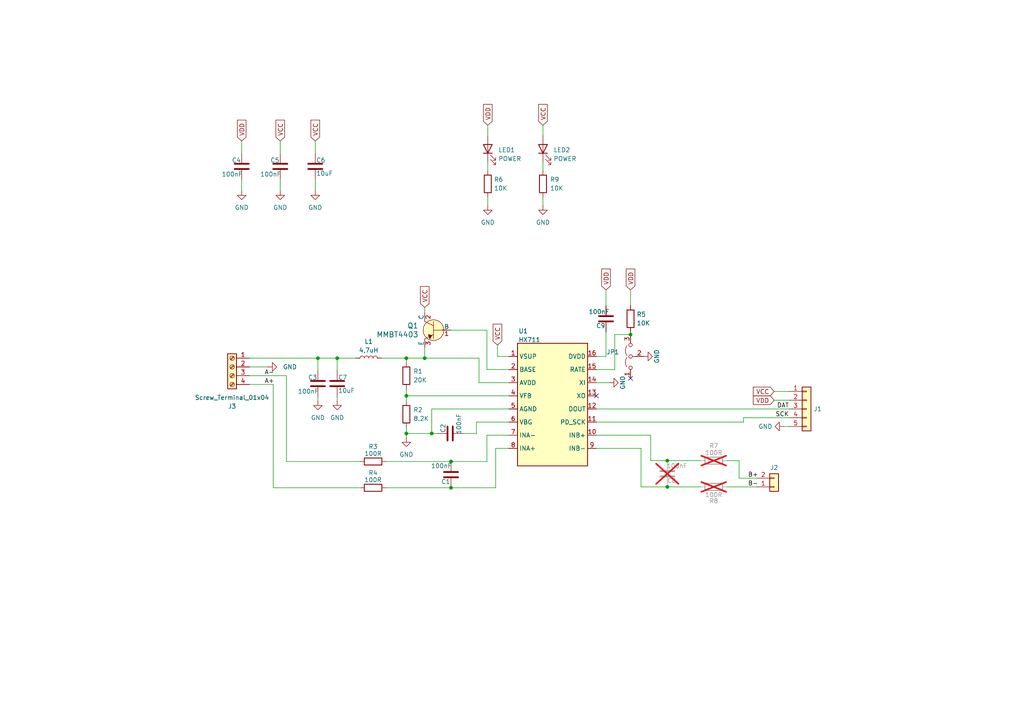
<source format=kicad_sch>
(kicad_sch (version 20231120) (generator "eeschema") (generator_version "8.0")
  (paper "A4")
  (lib_symbols
    (symbol "Analog_ADC:HX711"
      (property "Reference" "U1" (at -9.906 21.336 0))
      (property "Value" "HX711" (at -9.906 18.796 0))
      (symbol "HX711_0_1"
        (rectangle (start -10.16 17.78) (end 10.16 -17.78) (stroke (width 0.254)) (fill (type background)))
      )
      (symbol "HX711_1_1"
        (pin power_in line (at -12.7 13.97 0) (length 2.54) (name "VSUP") (number "1"))
        (pin input line (at 12.7 -8.89 180) (length 2.54) (name "INB+") (number "10"))
        (pin input line (at 12.7 -5.08 180) (length 2.54) (name "PD_SCK") (number "11"))
        (pin output line (at 12.7 -1.27 180) (length 2.54) (name "DOUT") (number "12"))
        (pin passive line (at 12.7 2.54 180) (length 2.54) (name "XO") (number "13"))
        (pin passive line (at 12.7 6.35 180) (length 2.54) (name "XI") (number "14"))
        (pin input line (at 12.7 10.16 180) (length 2.54) (name "RATE") (number "15"))
        (pin power_in line (at 12.7 13.97 180) (length 2.54) (name "DVDD") (number "16"))
        (pin passive line (at -12.7 10.16 0) (length 2.54) (name "BASE") (number "2"))
        (pin power_in line (at -12.7 6.35 0) (length 2.54) (name "AVDD") (number "3"))
        (pin input line (at -12.7 2.54 0) (length 2.54) (name "VFB") (number "4"))
        (pin power_in line (at -12.7 -1.27 0) (length 2.54) (name "AGND") (number "5"))
        (pin passive line (at -12.7 -5.08 0) (length 2.54) (name "VBG") (number "6"))
        (pin input line (at -12.7 -8.89 0) (length 2.54) (name "INA-") (number "7"))
        (pin input line (at -12.7 -12.7 0) (length 2.54) (name "INA+") (number "8"))
        (pin input line (at 12.7 -12.7 180) (length 2.54) (name "INB-") (number "9"))
      )
    )
    (symbol "Connector:Screw_Terminal_01x04" (pin_names (offset 1.016) hide)
      (property "Reference" "J" (at 0 5.08 0))
      (property "Value" "Screw_Terminal_01x04" (at 0 -7.62 0))
      (symbol "Screw_Terminal_01x04_1_1"
        (rectangle (start -1.27 3.81) (end 1.27 -6.35) (stroke (width 0.254)) (fill (type background)))
        (circle (center 0 -5.08) (radius 0.635) (stroke (width 0.1524)))
        (circle (center 0 -2.54) (radius 0.635) (stroke (width 0.1524)))
        (polyline (pts (xy -0.5334 -4.7498) (xy 0.3302 -5.588)) (stroke (width 0.1524)))
        (polyline (pts (xy -0.5334 -2.2098) (xy 0.3302 -3.048)) (stroke (width 0.1524)))
        (polyline (pts (xy -0.5334 0.3302) (xy 0.3302 -0.508)) (stroke (width 0.1524)))
        (polyline (pts (xy -0.5334 2.8702) (xy 0.3302 2.032)) (stroke (width 0.1524)))
        (polyline (pts (xy -0.3556 -4.572) (xy 0.508 -5.4102)) (stroke (width 0.1524)))
        (polyline (pts (xy -0.3556 -2.032) (xy 0.508 -2.8702)) (stroke (width 0.1524)))
        (polyline (pts (xy -0.3556 0.508) (xy 0.508 -0.3302)) (stroke (width 0.1524)))
        (polyline (pts (xy -0.3556 3.048) (xy 0.508 2.2098)) (stroke (width 0.1524)))
        (circle (center 0 0) (radius 0.635) (stroke (width 0.1524)))
        (circle (center 0 2.54) (radius 0.635) (stroke (width 0.1524)))
        (pin passive line (at -5.08 2.54 0) (length 3.81) (name "Pin_1") (number "1"))
        (pin passive line (at -5.08 0 0) (length 3.81) (name "Pin_2") (number "2"))
        (pin passive line (at -5.08 -2.54 0) (length 3.81) (name "Pin_3") (number "3"))
        (pin passive line (at -5.08 -5.08 0) (length 3.81) (name "Pin_4") (number "4"))
      )
    )
    (symbol "Connector_Generic:Conn_01x02" (pin_names (offset 1.016) hide)
      (property "Reference" "J" (at 0 2.54 0))
      (property "Value" "Conn_01x02" (at 0 -5.08 0))
      (symbol "Conn_01x02_1_1"
        (rectangle (start -1.27 -2.413) (end 0 -2.667) (stroke (width 0.1524)))
        (rectangle (start -1.27 0.127) (end 0 -0.127) (stroke (width 0.1524)))
        (rectangle (start -1.27 1.27) (end 1.27 -3.81) (stroke (width 0.254)) (fill (type background)))
        (pin passive line (at -5.08 0 0) (length 3.81) (name "Pin_1") (number "1"))
        (pin passive line (at -5.08 -2.54 0) (length 3.81) (name "Pin_2") (number "2"))
      )
    )
    (symbol "Connector_Generic:Conn_01x05" (pin_names (offset 1.016) hide)
      (property "Reference" "J" (at 0 7.62 0))
      (property "Value" "Conn_01x05" (at 0 -7.62 0))
      (symbol "Conn_01x05_1_1"
        (rectangle (start -1.27 -4.953) (end 0 -5.207) (stroke (width 0.1524)))
        (rectangle (start -1.27 -2.413) (end 0 -2.667) (stroke (width 0.1524)))
        (rectangle (start -1.27 0.127) (end 0 -0.127) (stroke (width 0.1524)))
        (rectangle (start -1.27 2.667) (end 0 2.413) (stroke (width 0.1524)))
        (rectangle (start -1.27 5.207) (end 0 4.953) (stroke (width 0.1524)))
        (rectangle (start -1.27 6.35) (end 1.27 -6.35) (stroke (width 0.254)) (fill (type background)))
        (pin passive line (at -5.08 5.08 0) (length 3.81) (name "Pin_1") (number "1"))
        (pin passive line (at -5.08 2.54 0) (length 3.81) (name "Pin_2") (number "2"))
        (pin passive line (at -5.08 0 0) (length 3.81) (name "Pin_3") (number "3"))
        (pin passive line (at -5.08 -2.54 0) (length 3.81) (name "Pin_4") (number "4"))
        (pin passive line (at -5.08 -5.08 0) (length 3.81) (name "Pin_5") (number "5"))
      )
    )
    (symbol "Device:C" (pin_numbers hide) (pin_names (offset 0.254))
      (property "Reference" "C" (at 0.635 2.54 0))
      (property "Value" "C" (at 0.635 -2.54 0))
      (symbol "C_0_1"
        (polyline (pts (xy -2.032 -0.762) (xy 2.032 -0.762)) (stroke (width 0.508)))
        (polyline (pts (xy -2.032 0.762) (xy 2.032 0.762)) (stroke (width 0.508)))
      )
      (symbol "C_1_1"
        (pin passive line (at 0 3.81 270) (length 2.794) (name "~") (number "1"))
        (pin passive line (at 0 -3.81 90) (length 2.794) (name "~") (number "2"))
      )
    )
    (symbol "Device:L" (pin_numbers hide) (pin_names (offset 1.016) hide)
      (property "Reference" "L" (at -1.27 0 90))
      (property "Value" "L" (at 1.905 0 90))
      (symbol "L_0_1"
        (arc (start 0 -2.54) (mid 0.6323 -1.905) (end 0 -1.27))
        (arc (start 0 -1.27) (mid 0.6323 -0.635) (end 0 0))
        (arc (start 0 0) (mid 0.6323 0.635) (end 0 1.27))
        (arc (start 0 1.27) (mid 0.6323 1.905) (end 0 2.54))
      )
      (symbol "L_1_1"
        (pin passive line (at 0 3.81 270) (length 1.27) (name "1") (number "1"))
        (pin passive line (at 0 -3.81 90) (length 1.27) (name "2") (number "2"))
      )
    )
    (symbol "Device:LED" (pin_numbers hide) (pin_names (offset 1.016) hide)
      (property "Reference" "D" (at 0 2.54 0))
      (property "Value" "LED" (at 0 -2.54 0))
      (symbol "LED_0_1"
        (polyline (pts (xy -1.27 -1.27) (xy -1.27 1.27)) (stroke (width 0.254)))
        (polyline (pts (xy -1.27 0) (xy 1.27 0)))
        (polyline (pts (xy 1.27 -1.27) (xy 1.27 1.27) (xy -1.27 0) (xy 1.27 -1.27)) (stroke (width 0.254)))
        (polyline (pts (xy -3.048 -0.762) (xy -4.572 -2.286) (xy -3.81 -2.286) (xy -4.572 -2.286) (xy -4.572 -1.524)))
        (polyline (pts (xy -1.778 -0.762) (xy -3.302 -2.286) (xy -2.54 -2.286) (xy -3.302 -2.286) (xy -3.302 -1.524)))
      )
      (symbol "LED_1_1"
        (pin passive line (at -3.81 0 0) (length 2.54) (name "K") (number "1"))
        (pin passive line (at 3.81 0 180) (length 2.54) (name "A") (number "2"))
      )
    )
    (symbol "Device:R" (pin_numbers hide) (pin_names (offset 0))
      (property "Reference" "R" (at 2.032 0 90))
      (property "Value" "R" (at 0 0 90))
      (symbol "R_0_1"
        (rectangle (start -1.016 -2.54) (end 1.016 2.54) (stroke (width 0.254)))
      )
      (symbol "R_1_1"
        (pin passive line (at 0 3.81 270) (length 1.27) (name "~") (number "1"))
        (pin passive line (at 0 -3.81 90) (length 1.27) (name "~") (number "2"))
      )
    )
    (symbol "Jumper_3_Open_1" (pin_names (offset 0) hide)
      (property "Reference" "JP" (at -2.54 -2.54 0))
      (property "Value" "Jumper_3_Open" (at 0 2.794 0))
      (symbol "Jumper_3_Open_1_0_0"
        (circle (center -3.302 0) (radius 0.508))
        (circle (center 0 0) (radius 0.508))
        (circle (center 3.302 0) (radius 0.508))
      )
      (symbol "Jumper_3_Open_1_0_1"
        (arc (start -0.254 1.016) (mid -1.651 1.4992) (end -3.048 1.016))
        (polyline (pts (xy 0 -0.508) (xy 0 -1.27)))
        (arc (start 3.048 1.016) (mid 1.651 1.4992) (end 0.254 1.016))
      )
      (symbol "Jumper_3_Open_1_1_1"
        (pin passive line (at -6.35 0 0) (length 2.54) (name "A") (number "1"))
        (pin passive line (at 0 -3.81 90) (length 2.54) (name "C") (number "2"))
        (pin passive line (at 6.35 0 180) (length 2.54) (name "B") (number "3"))
      )
    )
    (symbol "dk_Transistors-Bipolar-BJT-Single:MMBT4403_Obsolete" (pin_names (offset 0))
      (property "Reference" "Q" (at -2.3876 3.9116 0))
      (property "Value" "MMBT4403_Obsolete" (at 5.08 0 90))
      (symbol "MMBT4403_Obsolete_0_1"
        (polyline (pts (xy -3.81 0) (xy -2.54 0)))
        (polyline (pts (xy -3.556 0) (xy 0 0)))
        (polyline (pts (xy 0 -1.27) (xy 2.54 -2.54)))
        (polyline (pts (xy 0 1.27) (xy 2.54 2.54)))
        (polyline (pts (xy 0 2.54) (xy 0 -2.54)))
        (polyline (pts (xy 1.016 2.54) (xy 0.508 1.524) (xy 1.524 1.27) (xy 1.016 2.54)) (fill (type outline)))
        (circle (center 0 0) (radius 2.9972) (fill (type background)))
      )
      (symbol "MMBT4403_Obsolete_1_1"
        (pin input line (at -5.08 0 0) (length 2.54) (name "B") (number "1"))
        (pin passive line (at 2.54 -5.08 90) (length 2.54) (name "C") (number "2"))
        (pin passive line (at 2.54 5.08 270) (length 2.54) (name "E") (number "3"))
      )
    )
    (symbol "power:GND" (power) (pin_numbers hide) (pin_names (offset 0) hide)
      (property "Value" "GND" (at 0 -3.81 0))
      (symbol "GND_0_1"
        (polyline (pts (xy 0 0) (xy 0 -1.27) (xy 1.27 -1.27) (xy 0 -2.54) (xy -1.27 -1.27) (xy 0 -1.27)))
      )
      (symbol "GND_1_1"
        (pin power_in line (at 0 0 270) (length 0) (name "~") (number "1"))
      )
    )
  )
  (junction (at 130.81 133.858))
  (junction (at 117.856 125.73))
  (junction (at 193.548 133.604))
  (junction (at 97.79 103.886))
  (junction (at 117.856 114.808))
  (junction (at 123.19 103.886))
  (junction (at 130.81 141.478))
  (junction (at 193.548 141.224))
  (junction (at 92.202 103.886))
  (junction (at 117.856 103.886))
  (junction (at 182.88 97.028))
  (junction (at 125.222 125.73))
  (no_connect (at 172.974 114.808))
  (no_connect (at 182.88 109.728))
  (wire (pts (xy 83.058 133.858) (xy 83.058 108.966)))
  (wire (pts (xy 175.768 103.378) (xy 172.974 103.378)))
  (wire (pts (xy 175.768 84.074) (xy 175.768 88.646)))
  (wire (pts (xy 125.222 125.73) (xy 126.746 125.73)))
  (wire (pts (xy 130.81 95.758) (xy 141.224 95.758)))
  (wire (pts (xy 172.974 122.428) (xy 215.646 122.428)))
  (wire (pts (xy 188.722 126.238) (xy 188.722 133.604)))
  (wire (pts (xy 193.548 141.224) (xy 203.2 141.224)))
  (wire (pts (xy 138.176 122.428) (xy 147.574 122.428)))
  (wire (pts (xy 172.974 110.998) (xy 176.784 110.998)))
  (wire (pts (xy 117.856 114.808) (xy 147.574 114.808)))
  (wire (pts (xy 117.856 125.73) (xy 117.856 123.952)))
  (wire (pts (xy 123.19 103.886) (xy 123.19 100.838)))
  (wire (pts (xy 79.248 141.478) (xy 79.248 111.506)))
  (wire (pts (xy 172.974 130.048) (xy 185.928 130.048)))
  (wire (pts (xy 117.856 125.73) (xy 125.222 125.73)))
  (wire (pts (xy 215.646 122.428) (xy 215.646 121.158)))
  (wire (pts (xy 215.646 121.158) (xy 228.854 121.158)))
  (wire (pts (xy 147.574 107.188) (xy 141.224 107.188)))
  (wire (pts (xy 188.722 133.604) (xy 193.548 133.604)))
  (wire (pts (xy 185.928 130.048) (xy 185.928 141.224)))
  (wire (pts (xy 97.79 103.886) (xy 103.124 103.886)))
  (wire (pts (xy 141.224 107.188) (xy 141.224 95.758)))
  (wire (pts (xy 157.48 39.37) (xy 157.48 36.322)))
  (wire (pts (xy 97.79 107.442) (xy 97.79 103.886)))
  (wire (pts (xy 72.39 108.966) (xy 83.058 108.966)))
  (wire (pts (xy 117.856 103.886) (xy 117.856 105.156)))
  (wire (pts (xy 147.574 126.238) (xy 141.224 126.238)))
  (wire (pts (xy 117.856 114.808) (xy 117.856 116.332)))
  (wire (pts (xy 144.272 103.378) (xy 147.574 103.378)))
  (wire (pts (xy 147.574 118.618) (xy 125.222 118.618)))
  (wire (pts (xy 97.79 116.332) (xy 97.79 115.062)))
  (wire (pts (xy 210.82 133.604) (xy 214.376 133.604)))
  (wire (pts (xy 117.856 114.808) (xy 117.856 112.776)))
  (wire (pts (xy 144.272 100.076) (xy 144.272 103.378)))
  (wire (pts (xy 123.19 89.154) (xy 123.19 90.678)))
  (wire (pts (xy 72.39 103.886) (xy 92.202 103.886)))
  (wire (pts (xy 178.308 97.028) (xy 178.308 107.188)))
  (wire (pts (xy 185.928 141.224) (xy 193.548 141.224)))
  (wire (pts (xy 138.938 110.998) (xy 138.938 103.886)))
  (wire (pts (xy 143.764 130.048) (xy 143.764 141.478)))
  (wire (pts (xy 125.222 118.618) (xy 125.222 125.73)))
  (wire (pts (xy 227.33 123.698) (xy 228.854 123.698)))
  (wire (pts (xy 141.478 59.69) (xy 141.478 57.15)))
  (wire (pts (xy 210.82 141.224) (xy 219.456 141.224)))
  (wire (pts (xy 147.574 110.998) (xy 138.938 110.998)))
  (wire (pts (xy 104.394 141.478) (xy 79.248 141.478)))
  (wire (pts (xy 182.88 96.266) (xy 182.88 97.028)))
  (wire (pts (xy 123.19 103.886) (xy 138.938 103.886)))
  (wire (pts (xy 134.366 125.73) (xy 138.176 125.73)))
  (wire (pts (xy 104.394 133.858) (xy 83.058 133.858)))
  (wire (pts (xy 141.224 133.858) (xy 130.81 133.858)))
  (wire (pts (xy 138.176 125.73) (xy 138.176 122.428)))
  (wire (pts (xy 72.39 111.506) (xy 79.248 111.506)))
  (wire (pts (xy 81.28 40.894) (xy 81.28 44.45)))
  (wire (pts (xy 182.88 84.074) (xy 182.88 88.646)))
  (wire (pts (xy 91.44 55.372) (xy 91.44 52.07)))
  (wire (pts (xy 117.856 127) (xy 117.856 125.73)))
  (wire (pts (xy 175.768 96.266) (xy 175.768 103.378)))
  (wire (pts (xy 141.224 126.238) (xy 141.224 133.858)))
  (wire (pts (xy 224.536 113.538) (xy 228.854 113.538)))
  (wire (pts (xy 172.974 126.238) (xy 188.722 126.238)))
  (wire (pts (xy 141.478 39.37) (xy 141.478 36.322)))
  (wire (pts (xy 81.28 55.372) (xy 81.28 52.07)))
  (wire (pts (xy 70.104 40.894) (xy 70.104 44.45)))
  (wire (pts (xy 214.376 138.684) (xy 219.456 138.684)))
  (wire (pts (xy 224.536 116.078) (xy 228.854 116.078)))
  (wire (pts (xy 157.48 46.99) (xy 157.48 49.53)))
  (wire (pts (xy 110.744 103.886) (xy 117.856 103.886)))
  (wire (pts (xy 157.48 59.69) (xy 157.48 57.15)))
  (wire (pts (xy 178.308 97.028) (xy 182.88 97.028)))
  (wire (pts (xy 91.44 40.894) (xy 91.44 44.45)))
  (wire (pts (xy 112.014 133.858) (xy 130.81 133.858)))
  (wire (pts (xy 92.202 103.886) (xy 97.79 103.886)))
  (wire (pts (xy 70.104 55.372) (xy 70.104 52.07)))
  (wire (pts (xy 112.014 141.478) (xy 130.81 141.478)))
  (wire (pts (xy 143.764 141.478) (xy 130.81 141.478)))
  (wire (pts (xy 193.548 133.604) (xy 203.2 133.604)))
  (wire (pts (xy 141.478 46.99) (xy 141.478 49.53)))
  (wire (pts (xy 214.376 133.604) (xy 214.376 138.684)))
  (wire (pts (xy 92.202 116.332) (xy 92.202 115.062)))
  (wire (pts (xy 172.974 118.618) (xy 228.854 118.618)))
  (wire (pts (xy 147.574 130.048) (xy 143.764 130.048)))
  (wire (pts (xy 117.856 103.886) (xy 123.19 103.886)))
  (wire (pts (xy 72.39 106.426) (xy 77.724 106.426)))
  (wire (pts (xy 92.202 107.442) (xy 92.202 103.886)))
  (wire (pts (xy 172.974 107.188) (xy 178.308 107.188)))
  (label "A+" (at 76.708 111.506 0))
  (label "DAT" (at 228.854 118.618 180))
  (label "B+" (at 216.916 138.684 0))
  (label "B-" (at 216.916 141.224 0))
  (label "SCK" (at 228.854 121.158 180))
  (label "A-" (at 76.708 108.966 0))
  (global_label "VCC" (shape input) (at 144.272 100.076 90) (property "Intersheetrefs" "${INTERSHEET_REFS}" (effects (hide yes))))
  (global_label "VDD" (shape input) (at 175.768 84.074 90) (property "Intersheetrefs" "${INTERSHEET_REFS}" (effects (hide yes))))
  (global_label "VCC" (shape input) (at 157.48 36.322 90) (property "Intersheetrefs" "${INTERSHEET_REFS}" (effects (hide yes))))
  (global_label "VCC" (shape input) (at 123.19 89.154 90) (property "Intersheetrefs" "${INTERSHEET_REFS}" (effects (hide yes))))
  (global_label "VCC" (shape input) (at 91.44 40.894 90) (property "Intersheetrefs" "${INTERSHEET_REFS}" (effects (hide yes))))
  (global_label "VCC" (shape input) (at 224.536 113.538 180) (property "Intersheetrefs" "${INTERSHEET_REFS}" (effects (hide yes))))
  (global_label "VDD" (shape input) (at 224.536 116.078 180) (property "Intersheetrefs" "${INTERSHEET_REFS}" (effects (hide yes))))
  (global_label "VDD" (shape input) (at 141.478 36.322 90) (property "Intersheetrefs" "${INTERSHEET_REFS}" (effects (hide yes))))
  (global_label "VDD" (shape input) (at 182.88 84.074 90) (property "Intersheetrefs" "${INTERSHEET_REFS}" (effects (hide yes))))
  (global_label "VCC" (shape input) (at 81.28 40.894 90) (property "Intersheetrefs" "${INTERSHEET_REFS}" (effects (hide yes))))
  (global_label "VDD" (shape input) (at 70.104 40.894 90) (property "Intersheetrefs" "${INTERSHEET_REFS}" (effects (hide yes))))
  (symbol (lib_id "Device:LED") (at 157.48 43.18 90) (unit 1)
    (property "Reference" "LED2" (at 160.528 43.4974 90) (effects (justify right)))
    (property "Value" "POWER" (at 160.528 46.0374 90) (effects (justify right)))
    (property "Footprint" "LED_SMD:LED_0603_1608Metric" (effects (hide yes)))
    (property "Description" "Light emitting diode" (effects (hide yes)))
    (property "MPN" "19-213USRC/S259/TR8" (effects (hide yes)))
  )
  (symbol (lib_id "power:GND") (at 227.33 123.698 270) (unit 1)
    (property "Reference" "#PWR01" (effects (hide yes)))
    (property "Value" "GND" (at 224.028 123.6979 90) (effects (justify right)))
    (property "Description" "Power symbol creates a global label with name \"GND\" , ground" (effects (hide yes)))
  )
  (symbol (lib_id "Device:L") (at 106.934 103.886 90) (unit 1)
    (property "Reference" "L1" (at 106.934 99.06 90))
    (property "Value" "4,7uH" (at 106.934 101.6 90))
    (property "Footprint" "Inductor_SMD:L_0805_2012Metric" (effects (hide yes)))
    (property "Description" "Inductor" (effects (hide yes)))
  )
  (symbol (lib_id "Device:C") (at 91.44 48.26 0) (unit 1)
    (property "Reference" "C6" (at 91.694 46.482 0) (effects (justify left)))
    (property "Value" "10uF" (at 91.694 50.292 0) (effects (justify left)))
    (property "Footprint" "Capacitor_SMD:C_1210_3225Metric" (effects (hide yes)))
    (property "Description" "Unpolarized capacitor" (effects (hide yes)))
    (property "MPN" "CL10A106KQ8NNNC " (effects (hide yes)))
  )
  (symbol (lib_id "Device:C") (at 175.768 92.456 180) (unit 1)
    (property "Reference" "C9" (at 174.244 94.488 0))
    (property "Value" "100nF" (at 173.736 90.424 0))
    (property "Footprint" "Capacitor_SMD:C_0603_1608Metric" (effects (hide yes)))
    (property "Description" "Unpolarized capacitor" (effects (hide yes)))
    (property "MPN" "CL10B104KB8NNNC" (effects (hide yes)))
  )
  (symbol (lib_id "power:GND") (at 157.48 59.69 0) (unit 1)
    (property "Reference" "#PWR012" (effects (hide yes)))
    (property "Value" "GND" (at 157.48 64.516 0))
    (property "Description" "Power symbol creates a global label with name \"GND\" , ground" (effects (hide yes)))
  )
  (symbol (lib_id "power:GND") (at 186.69 103.378 90) (unit 1)
    (property "Reference" "#PWR03" (effects (hide yes)))
    (property "Value" "GND" (at 190.5 103.378 0))
    (property "Description" "Power symbol creates a global label with name \"GND\" , ground" (effects (hide yes)))
  )
  (symbol (lib_id "power:GND") (at 176.784 110.998 90) (unit 1)
    (property "Reference" "#PWR02" (effects (hide yes)))
    (property "Value" "GND" (at 180.594 110.998 0))
    (property "Description" "Power symbol creates a global label with name \"GND\" , ground" (effects (hide yes)))
  )
  (symbol (lib_id "Device:LED") (at 141.478 43.18 90) (unit 1)
    (property "Reference" "LED1" (at 144.526 43.4974 90) (effects (justify right)))
    (property "Value" "POWER" (at 144.526 46.0374 90) (effects (justify right)))
    (property "Footprint" "LED_SMD:LED_0603_1608Metric" (effects (hide yes)))
    (property "Description" "Light emitting diode" (effects (hide yes)))
    (property "MPN" "19-213USRC/S259/TR8" (effects (hide yes)))
  )
  (symbol (lib_id "power:GND") (at 141.478 59.69 0) (unit 1)
    (property "Reference" "#PWR011" (effects (hide yes)))
    (property "Value" "GND" (at 141.478 64.516 0))
    (property "Description" "Power symbol creates a global label with name \"GND\" , ground" (effects (hide yes)))
  )
  (symbol (lib_id "Connector_Generic:Conn_01x05") (at 233.934 118.618 0) (unit 1)
    (property "Reference" "J1" (at 235.966 118.6179 0) (effects (justify left)))
    (property "Value" "Conn_01x05" (effects (hide yes)))
    (property "Footprint" "ConnectorsBoardoza:2317-05S_1x05_P2.50mm_Vertical" (effects (hide yes)))
    (property "Description" "Generic connector, single row, 01x05, script generated (kicad-library-utils/schlib/autogen/connector/)" (effects (hide yes)))
  )
  (symbol (lib_id "power:GND") (at 77.724 106.426 90) (unit 1)
    (property "Reference" "#PWR07" (effects (hide yes)))
    (property "Value" "GND" (at 82.042 106.4259 90) (effects (justify right)))
    (property "Description" "Power symbol creates a global label with name \"GND\" , ground" (effects (hide yes)))
  )
  (symbol (lib_id "power:GND") (at 91.44 55.372 0) (unit 1)
    (property "Reference" "#PWR010" (effects (hide yes)))
    (property "Value" "GND" (at 91.44 60.198 0))
    (property "Description" "Power symbol creates a global label with name \"GND\" , ground" (effects (hide yes)))
  )
  (symbol (lib_id "Connector:Screw_Terminal_01x04") (at 67.31 106.426 0) (mirror y) (unit 1)
    (property "Reference" "J3" (at 67.31 117.856 0))
    (property "Value" "Screw_Terminal_01x04" (at 67.31 115.316 0))
    (property "Footprint" "TerminalBlock_MetzConnect:TerminalBlock_MetzConnect_Type059_RT06304HBWC_1x04_P3.50mm_Horizontal" (effects (hide yes)))
    (property "Description" "Generic screw terminal, single row, 01x04, script generated (kicad-library-utils/schlib/autogen/connector/)" (effects (hide yes)))
    (property "MPN" "DG350-3.5-02P-14-00AH" (effects (hide yes)))
  )
  (symbol (lib_id "Device:R") (at 157.48 53.34 180) (unit 1)
    (property "Reference" "R9" (at 159.512 52.0699 0) (effects (justify right)))
    (property "Value" "10K" (at 159.512 54.6099 0) (effects (justify right)))
    (property "Footprint" "Resistor_SMD:R_0603_1608Metric" (effects (hide yes)))
    (property "Description" "Resistor" (effects (hide yes)))
    (property "MPN" "0603SAJ0103T5E" (effects (hide yes)))
  )
  (symbol (lib_id "power:GND") (at 70.104 55.372 0) (unit 1)
    (property "Reference" "#PWR08" (effects (hide yes)))
    (property "Value" "GND" (at 70.104 60.198 0))
    (property "Description" "Power symbol creates a global label with name \"GND\" , ground" (effects (hide yes)))
  )
  (symbol (lib_id "power:GND") (at 117.856 127 0) (unit 1)
    (property "Reference" "#PWR04" (effects (hide yes)))
    (property "Value" "GND" (at 117.856 131.826 0))
    (property "Description" "Power symbol creates a global label with name \"GND\" , ground" (effects (hide yes)))
  )
  (symbol (lib_id "Device:C") (at 81.28 48.26 180) (unit 1)
    (property "Reference" "C5" (at 79.756 46.482 0))
    (property "Value" "100nF" (at 78.486 50.546 0))
    (property "Footprint" "Capacitor_SMD:C_0603_1608Metric" (effects (hide yes)))
    (property "Description" "Unpolarized capacitor" (effects (hide yes)))
    (property "MPN" "CL10B104KB8NNNC" (effects (hide yes)))
  )
  (symbol (lib_id "Analog_ADC:HX711") (at 160.274 117.348 0) (unit 1)
    (property "Reference" "U1" (at 150.368 96.012 0) (effects (justify left)))
    (property "Value" "HX711" (at 150.368 98.552 0) (effects (justify left)))
    (property "Footprint" "Package_SO:SOP-16_3.9x9.9mm_P1.27mm" (effects (hide yes)))
    (property "Datasheet" "https://web.archive.org/web/20220615044707/https://akizukidenshi.com/download/ds/avia/hx711.pdf" (effects (hide yes)))
    (property "Description" "24-Bit Analog-to-Digital Converter (ADC) for Weight Scales" (effects (hide yes)))
    (property "MPN" "HX711" (effects (hide yes)))
  )
  (symbol (lib_id "Device:R") (at 117.856 108.966 180) (unit 1)
    (property "Reference" "R1" (at 119.888 107.6959 0) (effects (justify right)))
    (property "Value" "20K" (at 119.888 110.2359 0) (effects (justify right)))
    (property "Footprint" "Resistor_SMD:R_0603_1608Metric" (effects (hide yes)))
    (property "Description" "Resistor" (effects (hide yes)))
    (property "MPN" "0603SAJ0203T5E" (effects (hide yes)))
  )
  (symbol (lib_id "Device:C") (at 130.81 137.668 180) (unit 1)
    (property "Reference" "C1" (at 129.286 139.7 0))
    (property "Value" "100nF" (at 128.016 135.128 0))
    (property "Footprint" "Capacitor_SMD:C_0603_1608Metric" (effects (hide yes)))
    (property "Description" "Unpolarized capacitor" (effects (hide yes)))
    (property "MPN" "CL10B104KB8NNNC" (effects (hide yes)))
  )
  (symbol (lib_id "Device:R") (at 207.01 141.224 270) (unit 1) (dnp yes)
    (property "Reference" "R8" (at 207.01 145.288 90))
    (property "Value" "100R" (at 207.01 143.51 90))
    (property "Footprint" "Resistor_SMD:R_0603_1608Metric" (effects (hide yes)))
    (property "Description" "Resistor" (effects (hide yes)))
  )
  (symbol (lib_id "Device:C") (at 97.79 111.252 0) (unit 1)
    (property "Reference" "C7" (at 98.044 109.474 0) (effects (justify left)))
    (property "Value" "10uF" (at 98.044 113.284 0) (effects (justify left)))
    (property "Footprint" "Capacitor_SMD:C_1210_3225Metric" (effects (hide yes)))
    (property "Description" "Unpolarized capacitor" (effects (hide yes)))
    (property "MPN" "CL10A106KQ8NNNC" (effects (hide yes)))
  )
  (symbol (lib_id "power:GND") (at 92.202 116.332 0) (unit 1)
    (property "Reference" "#PWR05" (effects (hide yes)))
    (property "Value" "GND" (at 92.202 121.158 0))
    (property "Description" "Power symbol creates a global label with name \"GND\" , ground" (effects (hide yes)))
  )
  (symbol (lib_id "Device:R") (at 108.204 133.858 270) (unit 1)
    (property "Reference" "R3" (at 108.204 129.54 90))
    (property "Value" "100R" (at 108.204 131.572 90))
    (property "Footprint" "Resistor_SMD:R_0603_1608Metric" (effects (hide yes)))
    (property "Description" "Resistor" (effects (hide yes)))
    (property "MPN" "CQ03SAJ0101T5E" (effects (hide yes)))
  )
  (symbol (lib_id "Device:R") (at 207.01 133.604 270) (unit 1) (dnp yes)
    (property "Reference" "R7" (at 207.01 129.286 90))
    (property "Value" "100R" (at 207.01 131.318 90))
    (property "Footprint" "Resistor_SMD:R_0603_1608Metric" (effects (hide yes)))
    (property "Description" "Resistor" (effects (hide yes)))
  )
  (symbol (lib_id "Device:C") (at 193.548 137.414 180) (unit 1) (dnp yes)
    (property "Reference" "C8" (at 194.818 139.446 0))
    (property "Value" "100nF" (at 196.342 135.128 0))
    (property "Footprint" "Capacitor_SMD:C_0603_1608Metric" (effects (hide yes)))
    (property "Description" "Unpolarized capacitor" (effects (hide yes)))
  )
  (symbol (lib_id "Device:R") (at 108.204 141.478 270) (unit 1)
    (property "Reference" "R4" (at 108.204 137.16 90))
    (property "Value" "100R" (at 108.204 139.192 90))
    (property "Footprint" "Resistor_SMD:R_0603_1608Metric" (effects (hide yes)))
    (property "Description" "Resistor" (effects (hide yes)))
    (property "MPN" "CQ03SAJ0101T5E" (effects (hide yes)))
  )
  (symbol (lib_id "Device:R") (at 182.88 92.456 180) (unit 1)
    (property "Reference" "R5" (at 184.658 91.1859 0) (effects (justify right)))
    (property "Value" "10K" (at 184.658 93.7259 0) (effects (justify right)))
    (property "Footprint" "Resistor_SMD:R_0603_1608Metric" (effects (hide yes)))
    (property "Description" "Resistor" (effects (hide yes)))
    (property "MPN" "0603SAJ0103T5E" (effects (hide yes)))
  )
  (symbol (lib_id "Device:C") (at 70.104 48.26 180) (unit 1)
    (property "Reference" "C4" (at 68.58 46.482 0))
    (property "Value" "100nF" (at 67.31 50.546 0))
    (property "Footprint" "Capacitor_SMD:C_0603_1608Metric" (effects (hide yes)))
    (property "Description" "Unpolarized capacitor" (effects (hide yes)))
    (property "MPN" "CL10B104KB8NNNC" (effects (hide yes)))
  )
  (symbol (lib_name "Jumper_3_Open_1") (lib_id "Jumper:Jumper_3_Open") (at 182.88 103.378 90) (unit 1)
    (property "Reference" "JP1" (at 179.578 102.1079 90) (effects (justify left)))
    (property "Value" "Jumper_3_Open" (effects (hide yes)))
    (property "Footprint" "Connector_PinHeader_2.54mm:PinHeader_1x03_P2.54mm_Vertical" (effects (hide yes)))
    (property "Description" "Jumper, 3-pole, both open" (effects (hide yes)))
    (property "MPN" "L-KLS1-207-1-03-S" (effects (hide yes)))
  )
  (symbol (lib_id "dk_Transistors-Bipolar-BJT-Single:MMBT4403_Obsolete") (at 125.73 95.758 180) (unit 1)
    (property "Reference" "Q1" (at 121.412 94.4879 0) (effects (font (size 1.524 1.524)) (justify left)))
    (property "Value" "MMBT4403" (at 121.412 97.0279 0) (effects (font (size 1.524 1.524)) (justify left)))
    (property "Footprint" "digikey-footprints:SOT-23-3" (effects (hide yes)))
    (property "Datasheet" "https://media.digikey.com/pdf/Data%20Sheets/Fairchild%20PDFs/MMBT4403.pdf" (effects (hide yes)))
    (property "Description" "TRANS PNP 40V 0.6A SOT-23" (effects (hide yes)))
    (property "MPN" "MMBT4403_R1_00001 " (effects (hide yes)))
    (property "Category" "Discrete Semiconductor Products" (effects (hide yes)))
    (property "Family" "Transistors - Bipolar (BJT) - Single" (effects (hide yes)))
    (property "DK_Datasheet_Link" "https://media.digikey.com/pdf/Data%20Sheets/Fairchild%20PDFs/MMBT4403.pdf" (effects (hide yes)))
    (property "DK_Detail_Page" "/product-detail/en/on-semiconductor/MMBT4403/MMBT4403FSCT-ND/458975" (effects (hide yes)))
    (property "Manufacturer" "ON Semiconductor" (effects (hide yes)))
    (property "Status" "Obsolete NonStock" (effects (hide yes)))
  )
  (symbol (lib_id "Device:C") (at 92.202 111.252 180) (unit 1)
    (property "Reference" "C3" (at 90.678 109.474 0))
    (property "Value" "100nF" (at 89.408 113.538 0))
    (property "Footprint" "Capacitor_SMD:C_0603_1608Metric" (effects (hide yes)))
    (property "Description" "Unpolarized capacitor" (effects (hide yes)))
    (property "MPN" "CL10B104KB8NNNC" (effects (hide yes)))
  )
  (symbol (lib_id "power:GND") (at 97.79 116.332 0) (unit 1)
    (property "Reference" "#PWR06" (effects (hide yes)))
    (property "Value" "GND" (at 97.79 121.158 0))
    (property "Description" "Power symbol creates a global label with name \"GND\" , ground" (effects (hide yes)))
  )
  (symbol (lib_id "Device:R") (at 141.478 53.34 180) (unit 1)
    (property "Reference" "R6" (at 143.256 52.0699 0) (effects (justify right)))
    (property "Value" "10K" (at 143.256 54.6099 0) (effects (justify right)))
    (property "Footprint" "Resistor_SMD:R_0603_1608Metric" (effects (hide yes)))
    (property "Description" "Resistor" (effects (hide yes)))
    (property "MPN" "0603SAJ0103T5E" (effects (hide yes)))
  )
  (symbol (lib_id "Connector_Generic:Conn_01x02") (at 224.536 141.224 0) (mirror x) (unit 1)
    (property "Reference" "J2" (at 224.536 135.636 0))
    (property "Value" "Conn_01x02" (effects (hide yes)))
    (property "Footprint" "ConnectorsBoardoza:2317-02S_1x02_P2.50mm_Vertical" (effects (hide yes)))
    (property "Description" "Generic connector, single row, 01x02, script generated (kicad-library-utils/schlib/autogen/connector/)" (effects (hide yes)))
    (property "MPN" "DG350-3.5-02P-14-00AH " (effects (hide yes)))
  )
  (symbol (lib_id "power:GND") (at 81.28 55.372 0) (unit 1)
    (property "Reference" "#PWR09" (effects (hide yes)))
    (property "Value" "GND" (at 81.28 60.198 0))
    (property "Description" "Power symbol creates a global label with name \"GND\" , ground" (effects (hide yes)))
  )
  (symbol (lib_id "Device:C") (at 130.556 125.73 90) (unit 1)
    (property "Reference" "C2" (at 128.524 124.206 0))
    (property "Value" "100nF" (at 133.096 122.936 0))
    (property "Footprint" "Capacitor_SMD:C_0603_1608Metric" (effects (hide yes)))
    (property "Description" "Unpolarized capacitor" (effects (hide yes)))
    (property "MPN" "CL10B104KB8NNNC" (effects (hide yes)))
  )
  (symbol (lib_id "Device:R") (at 117.856 120.142 180) (unit 1)
    (property "Reference" "R2" (at 119.888 118.8719 0) (effects (justify right)))
    (property "Value" "8.2K" (at 119.888 121.4119 0) (effects (justify right)))
    (property "Footprint" "Resistor_SMD:R_0603_1608Metric" (effects (hide yes)))
    (property "Description" "Resistor" (effects (hide yes)))
    (property "MPN" "0603SAJ0822T5E " (effects (hide yes)))
  )
)
</source>
